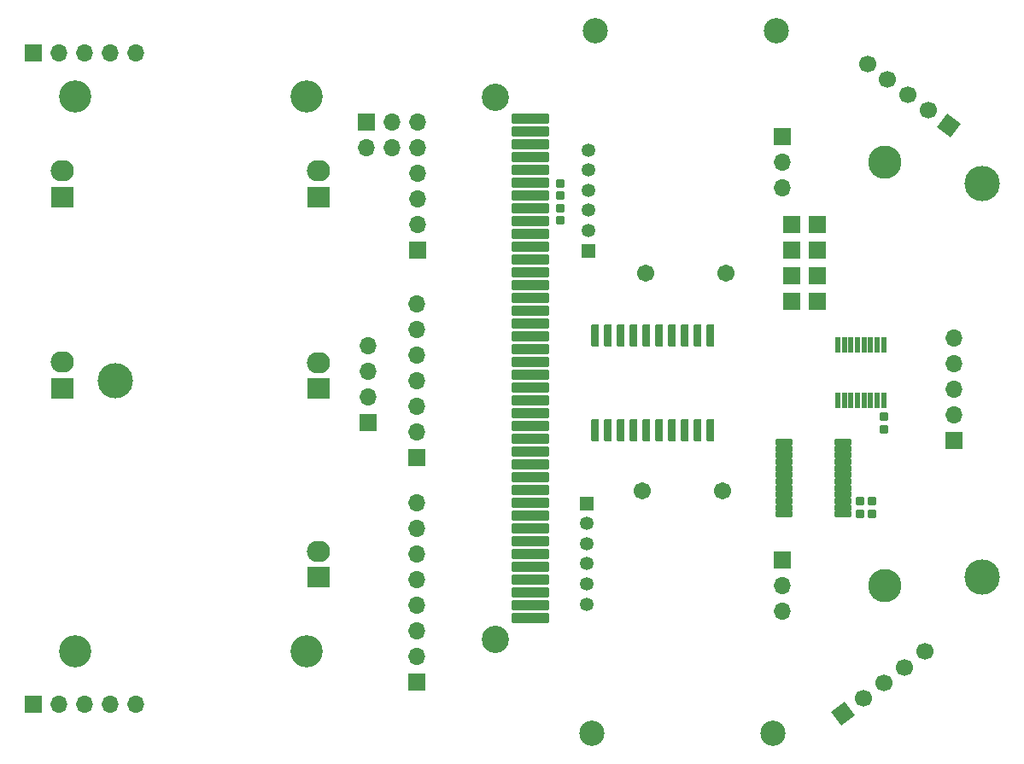
<source format=gbr>
%TF.GenerationSoftware,KiCad,Pcbnew,(6.0.7)*%
%TF.CreationDate,2022-09-18T19:12:44+05:00*%
%TF.ProjectId,minisumo_v3,6d696e69-7375-46d6-9f5f-76332e6b6963,rev?*%
%TF.SameCoordinates,Original*%
%TF.FileFunction,Soldermask,Top*%
%TF.FilePolarity,Negative*%
%FSLAX46Y46*%
G04 Gerber Fmt 4.6, Leading zero omitted, Abs format (unit mm)*
G04 Created by KiCad (PCBNEW (6.0.7)) date 2022-09-18 19:12:44*
%MOMM*%
%LPD*%
G01*
G04 APERTURE LIST*
G04 Aperture macros list*
%AMRoundRect*
0 Rectangle with rounded corners*
0 $1 Rounding radius*
0 $2 $3 $4 $5 $6 $7 $8 $9 X,Y pos of 4 corners*
0 Add a 4 corners polygon primitive as box body*
4,1,4,$2,$3,$4,$5,$6,$7,$8,$9,$2,$3,0*
0 Add four circle primitives for the rounded corners*
1,1,$1+$1,$2,$3*
1,1,$1+$1,$4,$5*
1,1,$1+$1,$6,$7*
1,1,$1+$1,$8,$9*
0 Add four rect primitives between the rounded corners*
20,1,$1+$1,$2,$3,$4,$5,0*
20,1,$1+$1,$4,$5,$6,$7,0*
20,1,$1+$1,$6,$7,$8,$9,0*
20,1,$1+$1,$8,$9,$2,$3,0*%
%AMHorizOval*
0 Thick line with rounded ends*
0 $1 width*
0 $2 $3 position (X,Y) of the first rounded end (center of the circle)*
0 $4 $5 position (X,Y) of the second rounded end (center of the circle)*
0 Add line between two ends*
20,1,$1,$2,$3,$4,$5,0*
0 Add two circle primitives to create the rounded ends*
1,1,$1,$2,$3*
1,1,$1,$4,$5*%
%AMRotRect*
0 Rectangle, with rotation*
0 The origin of the aperture is its center*
0 $1 length*
0 $2 width*
0 $3 Rotation angle, in degrees counterclockwise*
0 Add horizontal line*
21,1,$1,$2,0,0,$3*%
G04 Aperture macros list end*
%ADD10O,3.200000X3.200000*%
%ADD11R,2.300000X2.100000*%
%ADD12O,2.300000X2.100000*%
%ADD13RoundRect,0.101600X0.279400X-0.990600X0.279400X0.990600X-0.279400X0.990600X-0.279400X-0.990600X0*%
%ADD14RoundRect,0.101600X0.750000X0.225000X-0.750000X0.225000X-0.750000X-0.225000X0.750000X-0.225000X0*%
%ADD15C,3.500000*%
%ADD16R,1.700000X1.700000*%
%ADD17O,1.700000X1.700000*%
%ADD18RotRect,1.700000X1.700000X127.000000*%
%ADD19HorizOval,1.700000X0.000000X0.000000X0.000000X0.000000X0*%
%ADD20C,3.302000*%
%ADD21RotRect,1.700000X1.700000X233.000000*%
%ADD22HorizOval,1.700000X0.000000X0.000000X0.000000X0.000000X0*%
%ADD23R,1.350000X1.350000*%
%ADD24C,1.350000*%
%ADD25C,2.500000*%
%ADD26C,1.711200*%
%ADD27RoundRect,0.101600X-0.305000X0.317500X-0.305000X-0.317500X0.305000X-0.317500X0.305000X0.317500X0*%
%ADD28RoundRect,0.101600X-0.317500X-0.305000X0.317500X-0.305000X0.317500X0.305000X-0.317500X0.305000X0*%
%ADD29C,2.703200*%
%ADD30RoundRect,0.101600X-1.750000X-0.400000X1.750000X-0.400000X1.750000X0.400000X-1.750000X0.400000X0*%
%ADD31RoundRect,0.101600X0.305000X-0.317500X0.305000X0.317500X-0.305000X0.317500X-0.305000X-0.317500X0*%
%ADD32RoundRect,0.101600X0.162400X-0.682600X0.162400X0.682600X-0.162400X0.682600X-0.162400X-0.682600X0*%
%ADD33RoundRect,0.101600X0.754000X-0.754000X0.754000X0.754000X-0.754000X0.754000X-0.754000X-0.754000X0*%
G04 APERTURE END LIST*
D10*
%TO.C,U2*%
X106038050Y-76875000D03*
X129038050Y-76875000D03*
X106038050Y-131875000D03*
X129038050Y-131875000D03*
D11*
X130147050Y-124550000D03*
X130145050Y-86830000D03*
X130175050Y-105822000D03*
D12*
X130147050Y-121958800D03*
X130145050Y-84235400D03*
X130175050Y-103230800D03*
D11*
X104797050Y-105780000D03*
X104787050Y-86840000D03*
D12*
X104787050Y-84245400D03*
X104797050Y-103185400D03*
%TD*%
D13*
%TO.C,U1*%
X157643100Y-109954900D03*
X158913100Y-109954900D03*
X160183100Y-109954900D03*
X161453100Y-109954900D03*
X162723100Y-109954900D03*
X163993100Y-109954900D03*
X165263100Y-109954900D03*
X166533100Y-109954900D03*
X167803100Y-109954900D03*
X169073100Y-109954900D03*
X169073100Y-100582300D03*
X167803100Y-100582300D03*
X166533100Y-100582300D03*
X165263100Y-100582300D03*
X163993100Y-100582300D03*
X162723100Y-100582300D03*
X161453100Y-100582300D03*
X160183100Y-100582300D03*
X158913100Y-100582300D03*
X157643100Y-100582300D03*
%TD*%
D14*
%TO.C,U8*%
X182154100Y-118286100D03*
X182154100Y-117636100D03*
X182154100Y-116986100D03*
X182154100Y-116336100D03*
X182154100Y-115686100D03*
X182154100Y-115036100D03*
X182154100Y-114386100D03*
X182154100Y-113736100D03*
X182154100Y-113086100D03*
X182154100Y-112436100D03*
X182154100Y-111786100D03*
X182154100Y-111136100D03*
X176354100Y-111136100D03*
X176354100Y-111786100D03*
X176354100Y-112436100D03*
X176354100Y-113086100D03*
X176354100Y-113736100D03*
X176354100Y-114386100D03*
X176354100Y-115036100D03*
X176354100Y-115686100D03*
X176354100Y-116336100D03*
X176354100Y-116986100D03*
X176354100Y-117636100D03*
X176354100Y-118286100D03*
%TD*%
D15*
%TO.C,H2*%
X196001100Y-124503600D03*
%TD*%
D16*
%TO.C,U15*%
X101880000Y-137110000D03*
D17*
X104420000Y-137110000D03*
X106960000Y-137110000D03*
X109500000Y-137110000D03*
X112040000Y-137110000D03*
%TD*%
D18*
%TO.C,U7*%
X182154100Y-138034600D03*
D19*
X184182634Y-136505990D03*
X186211168Y-134977380D03*
X188239703Y-133448770D03*
X190268237Y-131920159D03*
%TD*%
D15*
%TO.C,H3*%
X110001100Y-105003600D03*
%TD*%
D16*
%TO.C,JP2*%
X140000000Y-92100000D03*
D17*
X140000000Y-89560000D03*
X140000000Y-87020000D03*
X140000000Y-84480000D03*
X140000000Y-81940000D03*
X140000000Y-79400000D03*
%TD*%
D20*
%TO.C,U10*%
X186319000Y-125361000D03*
D16*
X176190000Y-122810000D03*
D17*
X176190000Y-127890000D03*
X176190000Y-125350000D03*
%TD*%
D21*
%TO.C,U5*%
X192695100Y-79741600D03*
D22*
X190666566Y-78212990D03*
X188638032Y-76684380D03*
X186609497Y-75155770D03*
X184580963Y-73627159D03*
%TD*%
D23*
%TO.C,J1*%
X156930000Y-92150000D03*
D24*
X156930000Y-90150000D03*
X156930000Y-88150000D03*
X156930000Y-86150000D03*
X156930000Y-84150000D03*
X156930000Y-82150000D03*
%TD*%
D25*
%TO.C,M1*%
X157241100Y-140003600D03*
X175241100Y-140003600D03*
D26*
X162241100Y-116003600D03*
X170241100Y-116003600D03*
%TD*%
D27*
%TO.C,R10*%
X154150600Y-87933100D03*
X154150600Y-89127100D03*
%TD*%
D16*
%TO.C,U6*%
X193203100Y-110983600D03*
D17*
X193203100Y-108443600D03*
X193203100Y-105903600D03*
X193203100Y-103363600D03*
X193203100Y-100823600D03*
%TD*%
D16*
%TO.C,JP1*%
X139910000Y-134920000D03*
D17*
X139910000Y-132380000D03*
X139910000Y-129840000D03*
X139910000Y-127300000D03*
X139910000Y-124760000D03*
X139910000Y-122220000D03*
X139910000Y-119680000D03*
X139910000Y-117140000D03*
%TD*%
D28*
%TO.C,R13*%
X183868600Y-118286100D03*
X185062600Y-118286100D03*
%TD*%
D23*
%TO.C,J2*%
X156770000Y-117200000D03*
D24*
X156770000Y-119200000D03*
X156770000Y-121200000D03*
X156770000Y-123200000D03*
X156770000Y-125200000D03*
X156770000Y-127200000D03*
%TD*%
D29*
%TO.C,U4*%
X147666100Y-76908100D03*
X147666100Y-130708100D03*
D30*
X151166100Y-89203100D03*
X151166100Y-90473100D03*
X151166100Y-91743100D03*
X151166100Y-93013100D03*
X151166100Y-94283100D03*
X151166100Y-95553100D03*
X151166100Y-79043100D03*
X151166100Y-80313100D03*
X151166100Y-81583100D03*
X151166100Y-82853100D03*
X151166100Y-84123100D03*
X151166100Y-85393100D03*
X151166100Y-123493100D03*
X151166100Y-124763100D03*
X151166100Y-126033100D03*
X151166100Y-127303100D03*
X151166100Y-113333100D03*
X151166100Y-114603100D03*
X151166100Y-115873100D03*
X151166100Y-117143100D03*
X151166100Y-101903100D03*
X151166100Y-103173100D03*
X151166100Y-104443100D03*
X151166100Y-105713100D03*
X151166100Y-128573100D03*
X151166100Y-122223100D03*
X151166100Y-120953100D03*
X151166100Y-119683100D03*
X151166100Y-118413100D03*
X151166100Y-112063100D03*
X151166100Y-110793100D03*
X151166100Y-109523100D03*
X151166100Y-108253100D03*
X151166100Y-100633100D03*
X151166100Y-99363100D03*
X151166100Y-98093100D03*
X151166100Y-96823100D03*
X151166100Y-86663100D03*
X151166100Y-87933100D03*
X151166100Y-106983100D03*
%TD*%
D25*
%TO.C,M2*%
X157601100Y-70343600D03*
X175601100Y-70343600D03*
D26*
X170601100Y-94343600D03*
X162601100Y-94343600D03*
%TD*%
D15*
%TO.C,H1*%
X196001100Y-85503600D03*
%TD*%
D31*
%TO.C,R9*%
X154150600Y-86663100D03*
X154150600Y-85469100D03*
%TD*%
D16*
%TO.C,J3*%
X135100000Y-109200000D03*
D17*
X135100000Y-106660000D03*
X135100000Y-104120000D03*
X135100000Y-101580000D03*
%TD*%
D32*
%TO.C,U3*%
X181657100Y-107022000D03*
X182307100Y-107022000D03*
X182957100Y-107022000D03*
X183607100Y-107022000D03*
X184257096Y-107022000D03*
X184907100Y-107022000D03*
X185557096Y-107022000D03*
X186207100Y-107022000D03*
X186207100Y-101483200D03*
X185557100Y-101483200D03*
X184907100Y-101483200D03*
X184257100Y-101483200D03*
X183607104Y-101483200D03*
X182957100Y-101483200D03*
X182307104Y-101483200D03*
X181657100Y-101483200D03*
%TD*%
D28*
%TO.C,R12*%
X183868600Y-117016100D03*
X185062600Y-117016100D03*
%TD*%
D33*
%TO.C,U13*%
X177074100Y-97140600D03*
X177074100Y-94600600D03*
X179614100Y-97140600D03*
X177074100Y-92060600D03*
X177074100Y-89520600D03*
X179614100Y-89520600D03*
X179614100Y-92060600D03*
X179614100Y-94600600D03*
%TD*%
D16*
%TO.C,U16*%
X101870000Y-72570000D03*
D17*
X104410000Y-72570000D03*
X106950000Y-72570000D03*
X109490000Y-72570000D03*
X112030000Y-72570000D03*
%TD*%
D20*
%TO.C,U9*%
X186319000Y-83361000D03*
D16*
X176190000Y-80810000D03*
D17*
X176190000Y-85890000D03*
X176190000Y-83350000D03*
%TD*%
D16*
%TO.C,U14*%
X139900000Y-112650000D03*
D17*
X139900000Y-110110000D03*
X139900000Y-107570000D03*
X139900000Y-105030000D03*
X139900000Y-102490000D03*
X139900000Y-99950000D03*
X139900000Y-97410000D03*
%TD*%
D27*
%TO.C,R11*%
X186218100Y-108634100D03*
X186218100Y-109828100D03*
%TD*%
D16*
%TO.C,U11*%
X134910000Y-79405000D03*
D17*
X137450000Y-79405000D03*
X134910000Y-81945000D03*
X137450000Y-81945000D03*
%TD*%
M02*

</source>
